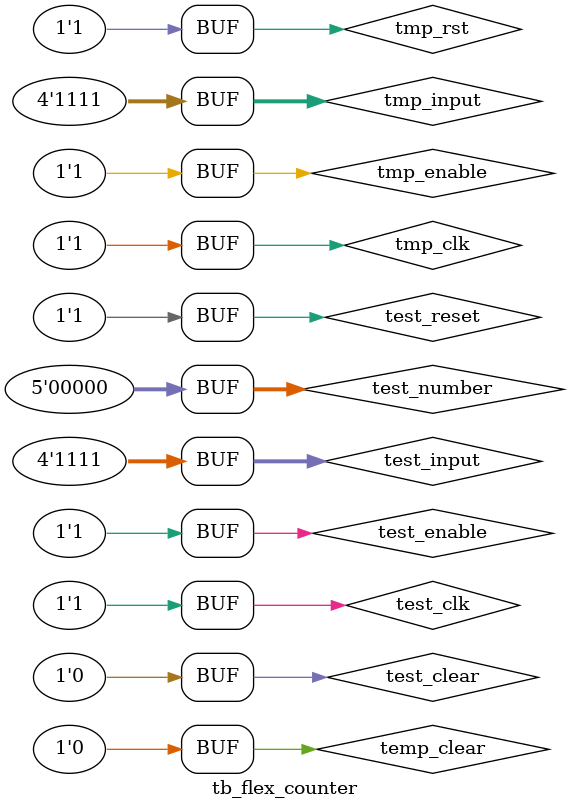
<source format=sv>


`timescale 1 ns/1 ns
module tb_flex_counter
();

  wire test_reset;
  wire test_clk;
  wire test_enable;
  wire test_flag;
	wire [3:0] test_input;
wire [3:0] test_count_out;
wire test_clear;


	`define NUM_TEST_CASES 32
	
	reg [4:0] test_number;
	reg [3:0] tmp_input;
    //    reg [3:0] tmp_count_out;
  reg tmp_rst;
  reg tmp_enable;
  reg tmp_clk;
reg temp_clear;
 
 

	flex_counter DUT(.clk(test_clk), .n_rst(test_reset),.clear(test_clear),.count_enable(test_enable), .rollover_val(test_input), .rollover_flag(test_flag),.count_out(test_count_out));
	
	assign test_input = tmp_input;
	assign test_enable = tmp_enable;
  assign test_clk = tmp_clk;
  assign test_reset = tmp_rst;
  assign test_clear = temp_clear;
always begin
 	tmp_clk <= 0;
 	#1.25ns;
 	tmp_clk <= 1;
  #1.25ns;
  end





initial
	begin
tmp_rst = 0;
tmp_input = 4'b1001;
tmp_enable = 0;
temp_clear = 1;
#10;
temp_clear = 0;
		for(test_number = 0; test_number < `NUM_TEST_CASES; test_number = test_number + 1)
		begin
			if(test_number == 0 | test_number == 17)begin
			tmp_rst = 0;
                          //if(test_number == 0 | test_number = 5)begin
                          // temp_clear = 1;
                            //  end else begin
                           //temp_clear = 0;
                         //        end
			end else begin
      tmp_rst = 1;
//temp_clear = 1;
      end
  
//temp_clear = 0;

      if(test_number == 5) begin
			tmp_enable = 0;
			end else begin
      tmp_enable = 1;
      end
      
      tmp_input = 4'b1111;
			// wait to allow design to process input
			#2.5ns;
  //   #15ns;
//temp_clear = 1;
//#2.5
//temp_clear = 0;
  // tmp_input = 4'b1000;
//#2.5ns;
		end
	end
endmodule

</source>
